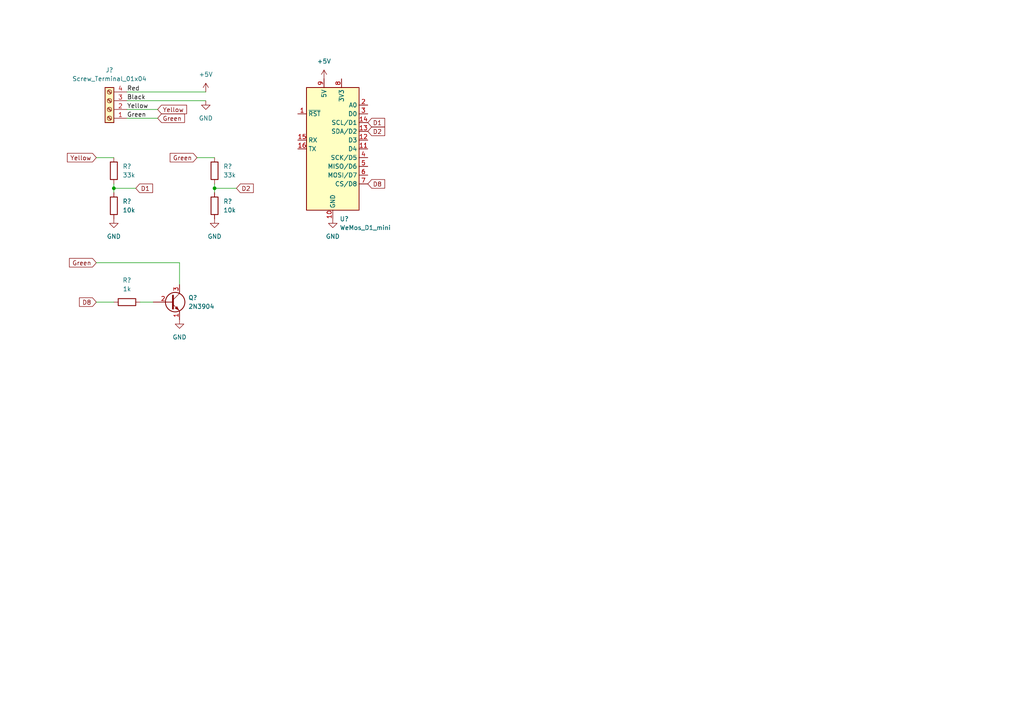
<source format=kicad_sch>
(kicad_sch (version 20211123) (generator eeschema)
  (paper "A4")
  (lib_symbols
    (symbol "Connector:Screw_Terminal_01x04" (pin_names (offset 1.016) hide)
      (property "Reference" "J" (at 0 5.08 0))
      (property "Value" "Screw_Terminal_01x04" (at 0 -7.62 0))
      (symbol "Screw_Terminal_01x04_1_1"
        (rectangle (start -1.27 3.81) (end 1.27 -6.35) (stroke (width 0.254)) (fill (type background)))
        (circle (center 0 -5.08) (radius 0.635) (stroke (width 0.1524)))
        (circle (center 0 -2.54) (radius 0.635) (stroke (width 0.1524)))
        (polyline (pts (xy -0.5334 -4.7498) (xy 0.3302 -5.588)) (stroke (width 0.1524)))
        (polyline (pts (xy -0.5334 -2.2098) (xy 0.3302 -3.048)) (stroke (width 0.1524)))
        (polyline (pts (xy -0.5334 0.3302) (xy 0.3302 -0.508)) (stroke (width 0.1524)))
        (polyline (pts (xy -0.5334 2.8702) (xy 0.3302 2.032)) (stroke (width 0.1524)))
        (polyline (pts (xy -0.3556 -4.572) (xy 0.508 -5.4102)) (stroke (width 0.1524)))
        (polyline (pts (xy -0.3556 -2.032) (xy 0.508 -2.8702)) (stroke (width 0.1524)))
        (polyline (pts (xy -0.3556 0.508) (xy 0.508 -0.3302)) (stroke (width 0.1524)))
        (polyline (pts (xy -0.3556 3.048) (xy 0.508 2.2098)) (stroke (width 0.1524)))
        (circle (center 0 0) (radius 0.635) (stroke (width 0.1524)))
        (circle (center 0 2.54) (radius 0.635) (stroke (width 0.1524)))
        (pin passive line (at -5.08 2.54 0) (length 3.81) (name "Pin_1") (number "1"))
        (pin passive line (at -5.08 0 0) (length 3.81) (name "Pin_2") (number "2"))
        (pin passive line (at -5.08 -2.54 0) (length 3.81) (name "Pin_3") (number "3"))
        (pin passive line (at -5.08 -5.08 0) (length 3.81) (name "Pin_4") (number "4"))
      )
    )
    (symbol "Device:R" (pin_numbers hide) (pin_names (offset 0))
      (property "Reference" "R" (at 2.032 0 90))
      (property "Value" "R" (at 0 0 90))
      (symbol "R_0_1"
        (rectangle (start -1.016 -2.54) (end 1.016 2.54) (stroke (width 0.254)))
      )
      (symbol "R_1_1"
        (pin passive line (at 0 3.81 270) (length 1.27) (name "~") (number "1"))
        (pin passive line (at 0 -3.81 90) (length 1.27) (name "~") (number "2"))
      )
    )
    (symbol "MCU_Module:WeMos_D1_mini"
      (property "Reference" "U" (at 3.81 19.05 0))
      (property "Value" "WeMos_D1_mini" (at 1.27 -19.05 0))
      (symbol "WeMos_D1_mini_1_1"
        (rectangle (start -7.62 17.78) (end 7.62 -17.78) (stroke (width 0.254)) (fill (type background)))
        (pin input line (at -10.16 10.16 0) (length 2.54) (name "~{RST}") (number "1"))
        (pin power_in line (at 0 -20.32 90) (length 2.54) (name "GND") (number "10"))
        (pin bidirectional line (at 10.16 0 180) (length 2.54) (name "D4") (number "11"))
        (pin bidirectional line (at 10.16 2.54 180) (length 2.54) (name "D3") (number "12"))
        (pin bidirectional line (at 10.16 5.08 180) (length 2.54) (name "SDA/D2") (number "13"))
        (pin bidirectional line (at 10.16 7.62 180) (length 2.54) (name "SCL/D1") (number "14"))
        (pin input line (at -10.16 2.54 0) (length 2.54) (name "RX") (number "15"))
        (pin output line (at -10.16 0 0) (length 2.54) (name "TX") (number "16"))
        (pin input line (at 10.16 12.7 180) (length 2.54) (name "A0") (number "2"))
        (pin bidirectional line (at 10.16 10.16 180) (length 2.54) (name "D0") (number "3"))
        (pin bidirectional line (at 10.16 -2.54 180) (length 2.54) (name "SCK/D5") (number "4"))
        (pin bidirectional line (at 10.16 -5.08 180) (length 2.54) (name "MISO/D6") (number "5"))
        (pin bidirectional line (at 10.16 -7.62 180) (length 2.54) (name "MOSI/D7") (number "6"))
        (pin bidirectional line (at 10.16 -10.16 180) (length 2.54) (name "CS/D8") (number "7"))
        (pin power_out line (at 2.54 20.32 270) (length 2.54) (name "3V3") (number "8"))
        (pin power_in line (at -2.54 20.32 270) (length 2.54) (name "5V") (number "9"))
      )
    )
    (symbol "Transistor_BJT:2N3904" (pin_names (offset 0) hide)
      (property "Reference" "Q" (at 5.08 1.905 0))
      (property "Value" "2N3904" (at 5.08 0 0))
      (symbol "2N3904_0_1"
        (polyline (pts (xy 0.635 0.635) (xy 2.54 2.54)))
        (polyline (pts (xy 0.635 -0.635) (xy 2.54 -2.54) (xy 2.54 -2.54)))
        (polyline (pts (xy 0.635 1.905) (xy 0.635 -1.905) (xy 0.635 -1.905)) (stroke (width 0.508)))
        (polyline (pts (xy 1.27 -1.778) (xy 1.778 -1.27) (xy 2.286 -2.286) (xy 1.27 -1.778) (xy 1.27 -1.778)) (fill (type outline)))
        (circle (center 1.27 0) (radius 2.8194) (stroke (width 0.254)))
      )
      (symbol "2N3904_1_1"
        (pin passive line (at 2.54 -5.08 90) (length 2.54) (name "E") (number "1"))
        (pin passive line (at -5.08 0 0) (length 5.715) (name "B") (number "2"))
        (pin passive line (at 2.54 5.08 270) (length 2.54) (name "C") (number "3"))
      )
    )
    (symbol "power:+5V" (power) (pin_names (offset 0))
      (property "Value" "+5V" (at 0 3.556 0))
      (symbol "+5V_0_1"
        (polyline (pts (xy -0.762 1.27) (xy 0 2.54)))
        (polyline (pts (xy 0 0) (xy 0 2.54)))
        (polyline (pts (xy 0 2.54) (xy 0.762 1.27)))
      )
      (symbol "+5V_1_1"
        (pin power_in line (at 0 0 90) (length 0) hide (name "+5V") (number "1"))
      )
    )
    (symbol "power:GND" (power) (pin_names (offset 0))
      (property "Value" "GND" (at 0 -3.81 0))
      (symbol "GND_0_1"
        (polyline (pts (xy 0 0) (xy 0 -1.27) (xy 1.27 -1.27) (xy 0 -2.54) (xy -1.27 -1.27) (xy 0 -1.27)))
      )
      (symbol "GND_1_1"
        (pin power_in line (at 0 0 270) (length 0) hide (name "GND") (number "1"))
      )
    )
  )
  (junction (at 33.02 54.61))
  (junction (at 62.23 54.61))
  (wire (pts (xy 62.23 54.61) (xy 62.23 55.88)))
  (wire (pts (xy 36.83 31.75) (xy 45.72 31.75)))
  (wire (pts (xy 57.15 45.72) (xy 62.23 45.72)))
  (wire (pts (xy 36.83 34.29) (xy 45.72 34.29)))
  (wire (pts (xy 27.94 76.2) (xy 52.07 76.2)))
  (wire (pts (xy 33.02 54.61) (xy 39.37 54.61)))
  (wire (pts (xy 52.07 76.2) (xy 52.07 82.55)))
  (wire (pts (xy 62.23 54.61) (xy 68.58 54.61)))
  (wire (pts (xy 33.02 54.61) (xy 33.02 55.88)))
  (wire (pts (xy 62.23 53.34) (xy 62.23 54.61)))
  (wire (pts (xy 36.83 26.67) (xy 59.69 26.67)))
  (wire (pts (xy 27.94 45.72) (xy 33.02 45.72)))
  (wire (pts (xy 33.02 53.34) (xy 33.02 54.61)))
  (wire (pts (xy 36.83 29.21) (xy 59.69 29.21)))
  (wire (pts (xy 40.64 87.63) (xy 44.45 87.63)))
  (wire (pts (xy 27.94 87.63) (xy 33.02 87.63)))
  (label "Red" (at 36.83 26.67 0))
  (label "Green" (at 36.83 34.29 0))
  (label "Black" (at 36.83 29.21 0))
  (label "Yellow" (at 36.83 31.75 0))
  (global_label "D8" (shape input) (at 106.68 53.34 0) (property "Intersheet References" "${INTERSHEET_REFS}" (effects hide)))
  (global_label "Green" (shape input) (at 57.15 45.72 180) (property "Intersheet References" "${INTERSHEET_REFS}" (effects hide)))
  (global_label "D2" (shape input) (at 68.58 54.61 0) (property "Intersheet References" "${INTERSHEET_REFS}" (effects hide)))
  (global_label "D1" (shape input) (at 106.68 35.56 0) (property "Intersheet References" "${INTERSHEET_REFS}" (effects hide)))
  (global_label "Yellow" (shape input) (at 45.72 31.75 0) (property "Intersheet References" "${INTERSHEET_REFS}" (effects hide)))
  (global_label "D8" (shape input) (at 27.94 87.63 180) (property "Intersheet References" "${INTERSHEET_REFS}" (effects hide)))
  (global_label "D2" (shape input) (at 106.68 38.1 0) (property "Intersheet References" "${INTERSHEET_REFS}" (effects hide)))
  (global_label "D1" (shape input) (at 39.37 54.61 0) (property "Intersheet References" "${INTERSHEET_REFS}" (effects hide)))
  (global_label "Green" (shape input) (at 27.94 76.2 180) (property "Intersheet References" "${INTERSHEET_REFS}" (effects hide)))
  (global_label "Yellow" (shape input) (at 27.94 45.72 180) (property "Intersheet References" "${INTERSHEET_REFS}" (effects hide)))
  (global_label "Green" (shape input) (at 45.72 34.29 0) (property "Intersheet References" "${INTERSHEET_REFS}" (effects hide)))
  (symbol (lib_id "Device:R") (at 33.02 59.69 0) (unit 1)
    (property "Reference" "R?" (at 35.56 58.4199 0) (effects (justify left)))
    (property "Value" "10k" (at 35.56 60.9599 0) (effects (justify left)))
  )
  (symbol (lib_id "Device:R") (at 62.23 49.53 0) (unit 1)
    (property "Reference" "R?" (at 64.77 48.2599 0) (effects (justify left)))
    (property "Value" "33k" (at 64.77 50.7999 0) (effects (justify left)))
  )
  (symbol (lib_id "power:GND") (at 33.02 63.5 0) (unit 1)
    (property "Reference" "#PWR?" (effects hide))
    (property "Value" "GND" (at 33.02 68.58 0))
  )
  (symbol (lib_id "power:+5V") (at 59.69 26.67 0) (unit 1)
    (property "Reference" "#PWR?" (effects hide))
    (property "Value" "+5V" (at 59.69 21.59 0))
  )
  (symbol (lib_id "MCU_Module:WeMos_D1_mini") (at 96.52 43.18 0) (unit 1)
    (property "Reference" "U?" (at 98.5394 63.5 0) (effects (justify left)))
    (property "Value" "WeMos_D1_mini" (at 98.5394 66.04 0) (effects (justify left)))
    (property "Footprint" "Module:WEMOS_D1_mini_light" (effects hide))
    (property "Datasheet" "https://wiki.wemos.cc/products:d1:d1_mini#documentation" (effects hide))
  )
  (symbol (lib_id "Connector:Screw_Terminal_01x04") (at 31.75 31.75 180) (unit 1)
    (property "Reference" "J?" (at 31.75 20.32 0))
    (property "Value" "Screw_Terminal_01x04" (at 31.75 22.86 0))
  )
  (symbol (lib_id "power:GND") (at 59.69 29.21 0) (unit 1)
    (property "Reference" "#PWR?" (effects hide))
    (property "Value" "GND" (at 59.69 34.29 0))
  )
  (symbol (lib_id "power:GND") (at 52.07 92.71 0) (unit 1)
    (property "Reference" "#PWR?" (effects hide))
    (property "Value" "GND" (at 52.07 97.79 0))
  )
  (symbol (lib_id "power:GND") (at 62.23 63.5 0) (unit 1)
    (property "Reference" "#PWR?" (effects hide))
    (property "Value" "GND" (at 62.23 68.58 0))
  )
  (symbol (lib_id "Device:R") (at 36.83 87.63 90) (unit 1)
    (property "Reference" "R?" (at 36.83 81.28 90))
    (property "Value" "1k" (at 36.83 83.82 90))
  )
  (symbol (lib_id "power:+5V") (at 93.98 22.86 0) (unit 1)
    (property "Reference" "#PWR?" (effects hide))
    (property "Value" "+5V" (at 93.98 17.78 0))
  )
  (symbol (lib_id "Transistor_BJT:2N3904") (at 49.53 87.63 0) (unit 1)
    (property "Reference" "Q?" (at 54.61 86.3599 0) (effects (justify left)))
    (property "Value" "2N3904" (at 54.61 88.8999 0) (effects (justify left)))
    (property "Footprint" "Package_TO_SOT_THT:TO-92_Inline" (effects hide))
    (property "Datasheet" "https://www.onsemi.com/pub/Collateral/2N3903-D.PDF" (effects hide))
  )
  (symbol (lib_id "power:GND") (at 96.52 63.5 0) (unit 1)
    (property "Reference" "#PWR?" (effects hide))
    (property "Value" "GND" (at 96.52 68.58 0))
  )
  (symbol (lib_id "Device:R") (at 33.02 49.53 0) (unit 1)
    (property "Reference" "R?" (at 35.56 48.2599 0) (effects (justify left)))
    (property "Value" "33k" (at 35.56 50.7999 0) (effects (justify left)))
  )
  (symbol (lib_id "Device:R") (at 62.23 59.69 0) (unit 1)
    (property "Reference" "R?" (at 64.77 58.4199 0) (effects (justify left)))
    (property "Value" "10k" (at 64.77 60.9599 0) (effects (justify left)))
  )
)
</source>
